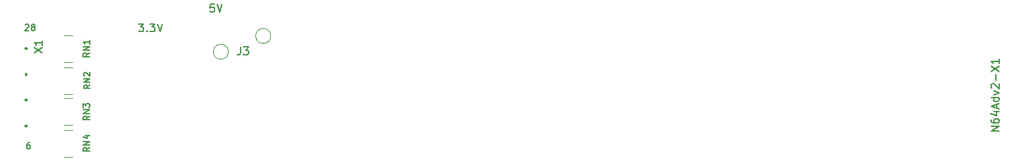
<source format=gbr>
%TF.GenerationSoftware,KiCad,Pcbnew,(6.0.4)*%
%TF.CreationDate,2022-07-22T09:07:41+02:00*%
%TF.ProjectId,rcp2n64adv2,72637032-6e36-4346-9164-76322e6b6963,rev?*%
%TF.SameCoordinates,Original*%
%TF.FileFunction,Legend,Top*%
%TF.FilePolarity,Positive*%
%FSLAX46Y46*%
G04 Gerber Fmt 4.6, Leading zero omitted, Abs format (unit mm)*
G04 Created by KiCad (PCBNEW (6.0.4)) date 2022-07-22 09:07:41*
%MOMM*%
%LPD*%
G01*
G04 APERTURE LIST*
%ADD10C,0.216421*%
%ADD11C,0.150000*%
%ADD12C,0.120000*%
G04 APERTURE END LIST*
D10*
X87808210Y-95550000D02*
G75*
G03*
X87808210Y-95550000I-108210J0D01*
G01*
X87808210Y-105350000D02*
G75*
G03*
X87808210Y-105350000I-108210J0D01*
G01*
X87808210Y-102041421D02*
G75*
G03*
X87808210Y-102041421I-108210J0D01*
G01*
X87808210Y-98791421D02*
G75*
G03*
X87808210Y-98791421I-108210J0D01*
G01*
D11*
X210602380Y-105997619D02*
X209602380Y-105997619D01*
X210602380Y-105426190D01*
X209602380Y-105426190D01*
X209602380Y-104521428D02*
X209602380Y-104711904D01*
X209650000Y-104807142D01*
X209697619Y-104854761D01*
X209840476Y-104950000D01*
X210030952Y-104997619D01*
X210411904Y-104997619D01*
X210507142Y-104950000D01*
X210554761Y-104902380D01*
X210602380Y-104807142D01*
X210602380Y-104616666D01*
X210554761Y-104521428D01*
X210507142Y-104473809D01*
X210411904Y-104426190D01*
X210173809Y-104426190D01*
X210078571Y-104473809D01*
X210030952Y-104521428D01*
X209983333Y-104616666D01*
X209983333Y-104807142D01*
X210030952Y-104902380D01*
X210078571Y-104950000D01*
X210173809Y-104997619D01*
X209935714Y-103569047D02*
X210602380Y-103569047D01*
X209554761Y-103807142D02*
X210269047Y-104045238D01*
X210269047Y-103426190D01*
X210316666Y-103092857D02*
X210316666Y-102616666D01*
X210602380Y-103188095D02*
X209602380Y-102854761D01*
X210602380Y-102521428D01*
X210602380Y-101759523D02*
X209602380Y-101759523D01*
X210554761Y-101759523D02*
X210602380Y-101854761D01*
X210602380Y-102045238D01*
X210554761Y-102140476D01*
X210507142Y-102188095D01*
X210411904Y-102235714D01*
X210126190Y-102235714D01*
X210030952Y-102188095D01*
X209983333Y-102140476D01*
X209935714Y-102045238D01*
X209935714Y-101854761D01*
X209983333Y-101759523D01*
X209935714Y-101378571D02*
X210602380Y-101140476D01*
X209935714Y-100902380D01*
X209697619Y-100569047D02*
X209650000Y-100521428D01*
X209602380Y-100426190D01*
X209602380Y-100188095D01*
X209650000Y-100092857D01*
X209697619Y-100045238D01*
X209792857Y-99997619D01*
X209888095Y-99997619D01*
X210030952Y-100045238D01*
X210602380Y-100616666D01*
X210602380Y-99997619D01*
X210221428Y-99569047D02*
X210221428Y-98807142D01*
X209602380Y-98426190D02*
X210602380Y-97759523D01*
X209602380Y-97759523D02*
X210602380Y-98426190D01*
X210602380Y-96854761D02*
X210602380Y-97426190D01*
X210602380Y-97140476D02*
X209602380Y-97140476D01*
X209745238Y-97235714D01*
X209840476Y-97330952D01*
X209888095Y-97426190D01*
X111459523Y-89902380D02*
X110983333Y-89902380D01*
X110935714Y-90378571D01*
X110983333Y-90330952D01*
X111078571Y-90283333D01*
X111316666Y-90283333D01*
X111411904Y-90330952D01*
X111459523Y-90378571D01*
X111507142Y-90473809D01*
X111507142Y-90711904D01*
X111459523Y-90807142D01*
X111411904Y-90854761D01*
X111316666Y-90902380D01*
X111078571Y-90902380D01*
X110983333Y-90854761D01*
X110935714Y-90807142D01*
X111792857Y-89902380D02*
X112126190Y-90902380D01*
X112459523Y-89902380D01*
X101923809Y-92402380D02*
X102542857Y-92402380D01*
X102209523Y-92783333D01*
X102352380Y-92783333D01*
X102447619Y-92830952D01*
X102495238Y-92878571D01*
X102542857Y-92973809D01*
X102542857Y-93211904D01*
X102495238Y-93307142D01*
X102447619Y-93354761D01*
X102352380Y-93402380D01*
X102066666Y-93402380D01*
X101971428Y-93354761D01*
X101923809Y-93307142D01*
X102971428Y-93307142D02*
X103019047Y-93354761D01*
X102971428Y-93402380D01*
X102923809Y-93354761D01*
X102971428Y-93307142D01*
X102971428Y-93402380D01*
X103352380Y-92402380D02*
X103971428Y-92402380D01*
X103638095Y-92783333D01*
X103780952Y-92783333D01*
X103876190Y-92830952D01*
X103923809Y-92878571D01*
X103971428Y-92973809D01*
X103971428Y-93211904D01*
X103923809Y-93307142D01*
X103876190Y-93354761D01*
X103780952Y-93402380D01*
X103495238Y-93402380D01*
X103400000Y-93354761D01*
X103352380Y-93307142D01*
X104257142Y-92402380D02*
X104590476Y-93402380D01*
X104923809Y-92402380D01*
X88152380Y-107461904D02*
X88000000Y-107461904D01*
X87923809Y-107500000D01*
X87885714Y-107538095D01*
X87809523Y-107652380D01*
X87771428Y-107804761D01*
X87771428Y-108109523D01*
X87809523Y-108185714D01*
X87847619Y-108223809D01*
X87923809Y-108261904D01*
X88076190Y-108261904D01*
X88152380Y-108223809D01*
X88190476Y-108185714D01*
X88228571Y-108109523D01*
X88228571Y-107919047D01*
X88190476Y-107842857D01*
X88152380Y-107804761D01*
X88076190Y-107766666D01*
X87923809Y-107766666D01*
X87847619Y-107804761D01*
X87809523Y-107842857D01*
X87771428Y-107919047D01*
X87590476Y-92538095D02*
X87628571Y-92500000D01*
X87704761Y-92461904D01*
X87895238Y-92461904D01*
X87971428Y-92500000D01*
X88009523Y-92538095D01*
X88047619Y-92614285D01*
X88047619Y-92690476D01*
X88009523Y-92804761D01*
X87552380Y-93261904D01*
X88047619Y-93261904D01*
X88504761Y-92804761D02*
X88428571Y-92766666D01*
X88390476Y-92728571D01*
X88352380Y-92652380D01*
X88352380Y-92614285D01*
X88390476Y-92538095D01*
X88428571Y-92500000D01*
X88504761Y-92461904D01*
X88657142Y-92461904D01*
X88733333Y-92500000D01*
X88771428Y-92538095D01*
X88809523Y-92614285D01*
X88809523Y-92652380D01*
X88771428Y-92728571D01*
X88733333Y-92766666D01*
X88657142Y-92804761D01*
X88504761Y-92804761D01*
X88428571Y-92842857D01*
X88390476Y-92880952D01*
X88352380Y-92957142D01*
X88352380Y-93109523D01*
X88390476Y-93185714D01*
X88428571Y-93223809D01*
X88504761Y-93261904D01*
X88657142Y-93261904D01*
X88733333Y-93223809D01*
X88771428Y-93185714D01*
X88809523Y-93109523D01*
X88809523Y-92957142D01*
X88771428Y-92880952D01*
X88733333Y-92842857D01*
X88657142Y-92804761D01*
%TO.C,RN4*%
X95711904Y-108102380D02*
X95330952Y-108369047D01*
X95711904Y-108559523D02*
X94911904Y-108559523D01*
X94911904Y-108254761D01*
X94950000Y-108178571D01*
X94988095Y-108140476D01*
X95064285Y-108102380D01*
X95178571Y-108102380D01*
X95254761Y-108140476D01*
X95292857Y-108178571D01*
X95330952Y-108254761D01*
X95330952Y-108559523D01*
X95711904Y-107759523D02*
X94911904Y-107759523D01*
X95711904Y-107302380D01*
X94911904Y-107302380D01*
X95178571Y-106578571D02*
X95711904Y-106578571D01*
X94873809Y-106769047D02*
X95445238Y-106959523D01*
X95445238Y-106464285D01*
%TO.C,RN3*%
X95711904Y-104102380D02*
X95330952Y-104369047D01*
X95711904Y-104559523D02*
X94911904Y-104559523D01*
X94911904Y-104254761D01*
X94950000Y-104178571D01*
X94988095Y-104140476D01*
X95064285Y-104102380D01*
X95178571Y-104102380D01*
X95254761Y-104140476D01*
X95292857Y-104178571D01*
X95330952Y-104254761D01*
X95330952Y-104559523D01*
X95711904Y-103759523D02*
X94911904Y-103759523D01*
X95711904Y-103302380D01*
X94911904Y-103302380D01*
X94911904Y-102997619D02*
X94911904Y-102502380D01*
X95216666Y-102769047D01*
X95216666Y-102654761D01*
X95254761Y-102578571D01*
X95292857Y-102540476D01*
X95369047Y-102502380D01*
X95559523Y-102502380D01*
X95635714Y-102540476D01*
X95673809Y-102578571D01*
X95711904Y-102654761D01*
X95711904Y-102883333D01*
X95673809Y-102959523D01*
X95635714Y-102997619D01*
%TO.C,RN2*%
X95761904Y-100152380D02*
X95380952Y-100419047D01*
X95761904Y-100609523D02*
X94961904Y-100609523D01*
X94961904Y-100304761D01*
X95000000Y-100228571D01*
X95038095Y-100190476D01*
X95114285Y-100152380D01*
X95228571Y-100152380D01*
X95304761Y-100190476D01*
X95342857Y-100228571D01*
X95380952Y-100304761D01*
X95380952Y-100609523D01*
X95761904Y-99809523D02*
X94961904Y-99809523D01*
X95761904Y-99352380D01*
X94961904Y-99352380D01*
X95038095Y-99009523D02*
X95000000Y-98971428D01*
X94961904Y-98895238D01*
X94961904Y-98704761D01*
X95000000Y-98628571D01*
X95038095Y-98590476D01*
X95114285Y-98552380D01*
X95190476Y-98552380D01*
X95304761Y-98590476D01*
X95761904Y-99047619D01*
X95761904Y-98552380D01*
%TO.C,J3*%
X114766666Y-95352380D02*
X114766666Y-96066666D01*
X114719047Y-96209523D01*
X114623809Y-96304761D01*
X114480952Y-96352380D01*
X114385714Y-96352380D01*
X115147619Y-95352380D02*
X115766666Y-95352380D01*
X115433333Y-95733333D01*
X115576190Y-95733333D01*
X115671428Y-95780952D01*
X115719047Y-95828571D01*
X115766666Y-95923809D01*
X115766666Y-96161904D01*
X115719047Y-96257142D01*
X115671428Y-96304761D01*
X115576190Y-96352380D01*
X115290476Y-96352380D01*
X115195238Y-96304761D01*
X115147619Y-96257142D01*
%TO.C,RN1*%
X95711904Y-96102380D02*
X95330952Y-96369047D01*
X95711904Y-96559523D02*
X94911904Y-96559523D01*
X94911904Y-96254761D01*
X94950000Y-96178571D01*
X94988095Y-96140476D01*
X95064285Y-96102380D01*
X95178571Y-96102380D01*
X95254761Y-96140476D01*
X95292857Y-96178571D01*
X95330952Y-96254761D01*
X95330952Y-96559523D01*
X95711904Y-95759523D02*
X94911904Y-95759523D01*
X95711904Y-95302380D01*
X94911904Y-95302380D01*
X95711904Y-94502380D02*
X95711904Y-94959523D01*
X95711904Y-94730952D02*
X94911904Y-94730952D01*
X95026190Y-94807142D01*
X95102380Y-94883333D01*
X95140476Y-94959523D01*
%TO.C,X1*%
X88702380Y-96109523D02*
X89702380Y-95442857D01*
X88702380Y-95442857D02*
X89702380Y-96109523D01*
X89702380Y-94538095D02*
X89702380Y-95109523D01*
X89702380Y-94823809D02*
X88702380Y-94823809D01*
X88845238Y-94919047D01*
X88940476Y-95014285D01*
X88988095Y-95109523D01*
D12*
%TO.C,J3.1*%
X118600000Y-93950000D02*
G75*
G03*
X118600000Y-93950000I-950000J0D01*
G01*
%TO.C,RN4*%
X93560000Y-109250000D02*
X92560000Y-109250000D01*
X93560000Y-105890000D02*
X92560000Y-105890000D01*
%TO.C,RN3*%
X93560000Y-105230000D02*
X92560000Y-105230000D01*
X93560000Y-101870000D02*
X92560000Y-101870000D01*
%TO.C,RN2*%
X93560000Y-101300000D02*
X92560000Y-101300000D01*
X93560000Y-97940000D02*
X92560000Y-97940000D01*
%TO.C,J3*%
X113250000Y-95950000D02*
G75*
G03*
X113250000Y-95950000I-950000J0D01*
G01*
%TO.C,RN1*%
X93560000Y-93870000D02*
X92560000Y-93870000D01*
X93560000Y-97230000D02*
X92560000Y-97230000D01*
%TD*%
M02*

</source>
